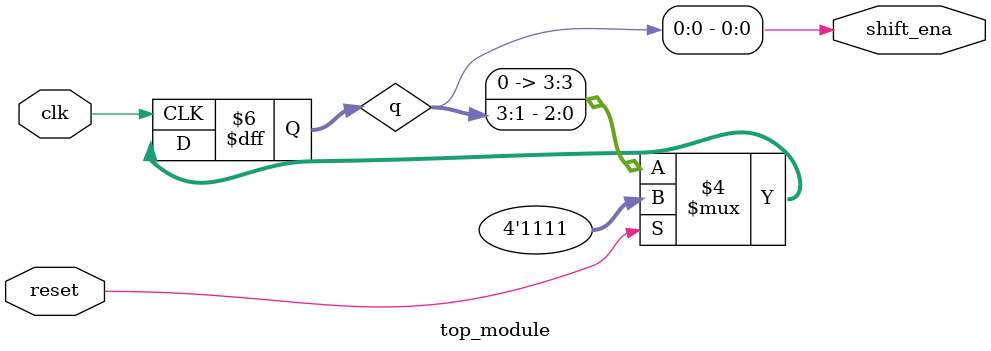
<source format=v>
module top_module (
    input clk,
    input reset,      // Synchronous reset
    output shift_ena);
    reg [3:0] q=0;
    always@(posedge clk) begin 
        if(reset)
            q<=4'b1111;
        else 
            q<={1'b0,q[3:1]};
    
    end
    assign shift_ena=q[0];
    
endmodule

</source>
